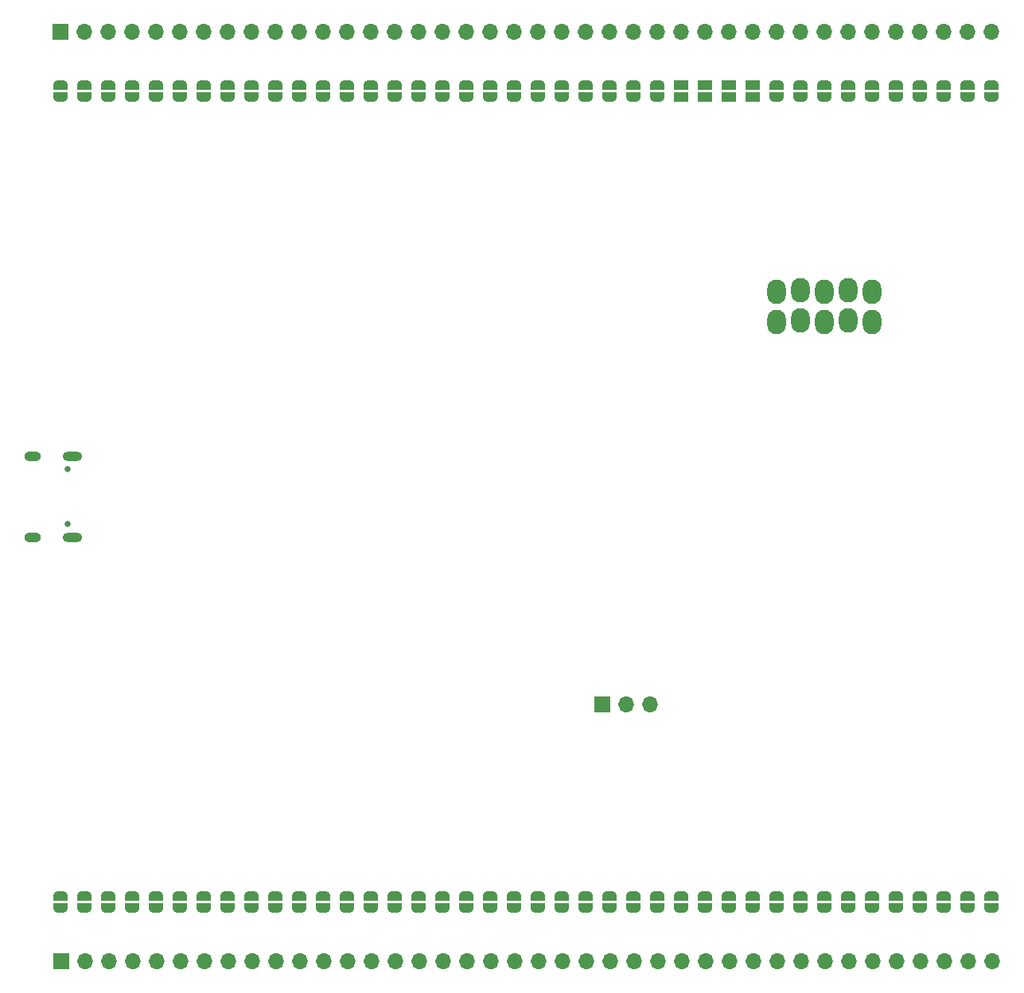
<source format=gbr>
%TF.GenerationSoftware,KiCad,Pcbnew,8.0.4*%
%TF.CreationDate,2024-08-14T20:41:30-04:00*%
%TF.ProjectId,RP2040_Euro_Power,52503230-3430-45f4-9575-726f5f506f77,rev?*%
%TF.SameCoordinates,Original*%
%TF.FileFunction,Soldermask,Bot*%
%TF.FilePolarity,Negative*%
%FSLAX46Y46*%
G04 Gerber Fmt 4.6, Leading zero omitted, Abs format (unit mm)*
G04 Created by KiCad (PCBNEW 8.0.4) date 2024-08-14 20:41:30*
%MOMM*%
%LPD*%
G01*
G04 APERTURE LIST*
G04 Aperture macros list*
%AMFreePoly0*
4,1,19,0.500000,-0.750000,0.000000,-0.750000,0.000000,-0.744911,-0.071157,-0.744911,-0.207708,-0.704816,-0.327430,-0.627875,-0.420627,-0.520320,-0.479746,-0.390866,-0.500000,-0.250000,-0.500000,0.250000,-0.479746,0.390866,-0.420627,0.520320,-0.327430,0.627875,-0.207708,0.704816,-0.071157,0.744911,0.000000,0.744911,0.000000,0.750000,0.500000,0.750000,0.500000,-0.750000,0.500000,-0.750000,
$1*%
%AMFreePoly1*
4,1,19,0.000000,0.744911,0.071157,0.744911,0.207708,0.704816,0.327430,0.627875,0.420627,0.520320,0.479746,0.390866,0.500000,0.250000,0.500000,-0.250000,0.479746,-0.390866,0.420627,-0.520320,0.327430,-0.627875,0.207708,-0.704816,0.071157,-0.744911,0.000000,-0.744911,0.000000,-0.750000,-0.500000,-0.750000,-0.500000,0.750000,0.000000,0.750000,0.000000,0.744911,0.000000,0.744911,
$1*%
G04 Aperture macros list end*
%ADD10FreePoly0,270.000000*%
%ADD11C,1.000000*%
%ADD12FreePoly1,270.000000*%
%ADD13R,1.500000X1.000000*%
%ADD14O,2.003200X2.603200*%
%ADD15C,0.650000*%
%ADD16O,2.100000X1.000000*%
%ADD17O,1.800000X1.000000*%
%ADD18R,1.700000X1.700000*%
%ADD19O,1.700000X1.700000*%
G04 APERTURE END LIST*
D10*
%TO.C,JP180*%
X178487000Y-135717000D03*
D11*
X178487000Y-135717000D03*
D12*
X178487000Y-137017000D03*
D11*
X178487000Y-137017000D03*
%TD*%
D10*
%TO.C,JP179*%
X175947000Y-135702000D03*
D11*
X175947000Y-135702000D03*
D12*
X175947000Y-137002000D03*
D11*
X175947000Y-137002000D03*
%TD*%
D10*
%TO.C,JP178*%
X173407000Y-135717000D03*
D11*
X173407000Y-135717000D03*
D12*
X173407000Y-137017000D03*
D11*
X173407000Y-137017000D03*
%TD*%
D10*
%TO.C,JP177*%
X170867000Y-135702000D03*
D11*
X170867000Y-135702000D03*
D12*
X170867000Y-137002000D03*
D11*
X170867000Y-137002000D03*
%TD*%
D10*
%TO.C,JP176*%
X168327000Y-135717000D03*
D11*
X168327000Y-135717000D03*
D12*
X168327000Y-137017000D03*
D11*
X168327000Y-137017000D03*
%TD*%
D10*
%TO.C,JP175*%
X165787000Y-135702000D03*
D11*
X165787000Y-135702000D03*
D12*
X165787000Y-137002000D03*
D11*
X165787000Y-137002000D03*
%TD*%
D10*
%TO.C,JP174*%
X163247000Y-135702000D03*
D11*
X163247000Y-135702000D03*
D12*
X163247000Y-137002000D03*
D11*
X163247000Y-137002000D03*
%TD*%
D10*
%TO.C,JP173*%
X160707000Y-135717000D03*
D11*
X160707000Y-135717000D03*
D12*
X160707000Y-137017000D03*
D11*
X160707000Y-137017000D03*
%TD*%
D10*
%TO.C,JP172*%
X158167000Y-135717000D03*
D11*
X158167000Y-135717000D03*
D12*
X158167000Y-137017000D03*
D11*
X158167000Y-137017000D03*
%TD*%
D10*
%TO.C,JP171*%
X155627000Y-135702000D03*
D11*
X155627000Y-135702000D03*
D12*
X155627000Y-137002000D03*
D11*
X155627000Y-137002000D03*
%TD*%
D10*
%TO.C,JP170*%
X153087000Y-135717000D03*
D11*
X153087000Y-135717000D03*
D12*
X153087000Y-137017000D03*
D11*
X153087000Y-137017000D03*
%TD*%
D10*
%TO.C,JP169*%
X150547000Y-135702000D03*
D11*
X150547000Y-135702000D03*
D12*
X150547000Y-137002000D03*
D11*
X150547000Y-137002000D03*
%TD*%
D10*
%TO.C,JP168*%
X148007000Y-135702000D03*
D11*
X148007000Y-135702000D03*
D12*
X148007000Y-137002000D03*
D11*
X148007000Y-137002000D03*
%TD*%
D10*
%TO.C,JP167*%
X145467000Y-135702000D03*
D11*
X145467000Y-135702000D03*
D12*
X145467000Y-137002000D03*
D11*
X145467000Y-137002000D03*
%TD*%
D10*
%TO.C,JP166*%
X142927000Y-135702000D03*
D11*
X142927000Y-135702000D03*
D12*
X142927000Y-137002000D03*
D11*
X142927000Y-137002000D03*
%TD*%
D10*
%TO.C,JP165*%
X140387000Y-135702000D03*
D11*
X140387000Y-135702000D03*
D12*
X140387000Y-137002000D03*
D11*
X140387000Y-137002000D03*
%TD*%
D10*
%TO.C,JP164*%
X137847000Y-135717000D03*
D11*
X137847000Y-135717000D03*
D12*
X137847000Y-137017000D03*
D11*
X137847000Y-137017000D03*
%TD*%
D10*
%TO.C,JP163*%
X135307000Y-135702000D03*
D11*
X135307000Y-135702000D03*
D12*
X135307000Y-137002000D03*
D11*
X135307000Y-137002000D03*
%TD*%
D10*
%TO.C,JP162*%
X132767000Y-135702000D03*
D11*
X132767000Y-135702000D03*
D12*
X132767000Y-137002000D03*
D11*
X132767000Y-137002000D03*
%TD*%
D10*
%TO.C,JP161*%
X130227000Y-135702000D03*
D11*
X130227000Y-135702000D03*
D12*
X130227000Y-137002000D03*
D11*
X130227000Y-137002000D03*
%TD*%
D10*
%TO.C,JP160*%
X127687000Y-135687000D03*
D11*
X127687000Y-135687000D03*
D12*
X127687000Y-136987000D03*
D11*
X127687000Y-136987000D03*
%TD*%
D10*
%TO.C,JP159*%
X125147000Y-135702000D03*
D11*
X125147000Y-135702000D03*
D12*
X125147000Y-137002000D03*
D11*
X125147000Y-137002000D03*
%TD*%
D10*
%TO.C,JP158*%
X122607000Y-135687000D03*
D11*
X122607000Y-135687000D03*
D12*
X122607000Y-136987000D03*
D11*
X122607000Y-136987000D03*
%TD*%
D10*
%TO.C,JP157*%
X120067000Y-135687000D03*
D11*
X120067000Y-135687000D03*
D12*
X120067000Y-136987000D03*
D11*
X120067000Y-136987000D03*
%TD*%
D10*
%TO.C,JP156*%
X117527000Y-135687000D03*
D11*
X117527000Y-135687000D03*
D12*
X117527000Y-136987000D03*
D11*
X117527000Y-136987000D03*
%TD*%
D10*
%TO.C,JP155*%
X114987000Y-135687000D03*
D11*
X114987000Y-135687000D03*
D12*
X114987000Y-136987000D03*
D11*
X114987000Y-136987000D03*
%TD*%
D10*
%TO.C,JP154*%
X112447000Y-135687000D03*
D11*
X112447000Y-135687000D03*
D12*
X112447000Y-136987000D03*
D11*
X112447000Y-136987000D03*
%TD*%
D10*
%TO.C,JP153*%
X109907000Y-135717000D03*
D11*
X109907000Y-135717000D03*
D12*
X109907000Y-137017000D03*
D11*
X109907000Y-137017000D03*
%TD*%
D10*
%TO.C,JP152*%
X107367000Y-135702000D03*
D11*
X107367000Y-135702000D03*
D12*
X107367000Y-137002000D03*
D11*
X107367000Y-137002000D03*
%TD*%
D10*
%TO.C,JP151*%
X104827000Y-135717000D03*
D11*
X104827000Y-135717000D03*
D12*
X104827000Y-137017000D03*
D11*
X104827000Y-137017000D03*
%TD*%
D10*
%TO.C,JP150*%
X102287000Y-135717000D03*
D11*
X102287000Y-135717000D03*
D12*
X102287000Y-137017000D03*
D11*
X102287000Y-137017000D03*
%TD*%
D10*
%TO.C,JP149*%
X99747000Y-135717000D03*
D11*
X99747000Y-135717000D03*
D12*
X99747000Y-137017000D03*
D11*
X99747000Y-137017000D03*
%TD*%
D10*
%TO.C,JP148*%
X97207000Y-135702000D03*
D11*
X97207000Y-135702000D03*
D12*
X97207000Y-137002000D03*
D11*
X97207000Y-137002000D03*
%TD*%
D10*
%TO.C,JP147*%
X94667000Y-135717000D03*
D11*
X94667000Y-135717000D03*
D12*
X94667000Y-137017000D03*
D11*
X94667000Y-137017000D03*
%TD*%
D10*
%TO.C,JP146*%
X92127000Y-135702000D03*
D11*
X92127000Y-135702000D03*
D12*
X92127000Y-137002000D03*
D11*
X92127000Y-137002000D03*
%TD*%
D10*
%TO.C,JP145*%
X89587000Y-135717000D03*
D11*
X89587000Y-135717000D03*
D12*
X89587000Y-137017000D03*
D11*
X89587000Y-137017000D03*
%TD*%
D10*
%TO.C,JP144*%
X87047000Y-135702000D03*
D11*
X87047000Y-135702000D03*
D12*
X87047000Y-137002000D03*
D11*
X87047000Y-137002000D03*
%TD*%
D10*
%TO.C,JP143*%
X84507000Y-135702000D03*
D11*
X84507000Y-135702000D03*
D12*
X84507000Y-137002000D03*
D11*
X84507000Y-137002000D03*
%TD*%
D10*
%TO.C,JP142*%
X81967000Y-135717000D03*
D11*
X81967000Y-135717000D03*
D12*
X81967000Y-137017000D03*
D11*
X81967000Y-137017000D03*
%TD*%
D10*
%TO.C,JP141*%
X79427000Y-135702000D03*
D11*
X79427000Y-135702000D03*
D12*
X79427000Y-137002000D03*
D11*
X79427000Y-137002000D03*
%TD*%
D10*
%TO.C,JP140*%
X178487000Y-49327000D03*
D11*
X178487000Y-49327000D03*
D12*
X178487000Y-50627000D03*
D11*
X178487000Y-50627000D03*
%TD*%
D10*
%TO.C,JP139*%
X175947000Y-49342000D03*
D11*
X175947000Y-49342000D03*
D12*
X175947000Y-50642000D03*
D11*
X175947000Y-50642000D03*
%TD*%
D10*
%TO.C,JP138*%
X173407000Y-49342000D03*
D11*
X173407000Y-49342000D03*
D12*
X173407000Y-50642000D03*
D11*
X173407000Y-50642000D03*
%TD*%
D10*
%TO.C,JP137*%
X170867000Y-49342000D03*
D11*
X170867000Y-49342000D03*
D12*
X170867000Y-50642000D03*
D11*
X170867000Y-50642000D03*
%TD*%
D10*
%TO.C,JP136*%
X168327000Y-49342000D03*
D11*
X168327000Y-49342000D03*
D12*
X168327000Y-50642000D03*
D11*
X168327000Y-50642000D03*
%TD*%
D10*
%TO.C,JP135*%
X165787000Y-49342000D03*
D11*
X165787000Y-49342000D03*
D12*
X165787000Y-50642000D03*
D11*
X165787000Y-50642000D03*
%TD*%
D10*
%TO.C,JP134*%
X163247000Y-49342000D03*
D11*
X163247000Y-49342000D03*
D12*
X163247000Y-50642000D03*
D11*
X163247000Y-50642000D03*
%TD*%
D10*
%TO.C,JP133*%
X160707000Y-49342000D03*
D11*
X160707000Y-49342000D03*
D12*
X160707000Y-50642000D03*
D11*
X160707000Y-50642000D03*
%TD*%
D10*
%TO.C,JP132*%
X158167000Y-49342000D03*
D11*
X158167000Y-49342000D03*
D12*
X158167000Y-50642000D03*
D11*
X158167000Y-50642000D03*
%TD*%
D10*
%TO.C,JP131*%
X155627000Y-49327000D03*
D11*
X155627000Y-49327000D03*
D12*
X155627000Y-50627000D03*
D11*
X155627000Y-50627000D03*
%TD*%
%TO.C,JP130*%
X153087000Y-50627000D03*
D13*
X153087000Y-50627000D03*
D11*
X153087000Y-49327000D03*
D13*
X153087000Y-49327000D03*
%TD*%
D11*
%TO.C,JP129*%
X150547000Y-50642000D03*
D13*
X150547000Y-50642000D03*
D11*
X150547000Y-49342000D03*
D13*
X150547000Y-49342000D03*
%TD*%
D11*
%TO.C,JP128*%
X148007000Y-50642000D03*
D13*
X148007000Y-50642000D03*
D11*
X148007000Y-49342000D03*
D13*
X148007000Y-49342000D03*
%TD*%
D11*
%TO.C,JP127*%
X145467000Y-50642000D03*
D13*
X145467000Y-50642000D03*
D11*
X145467000Y-49342000D03*
D13*
X145467000Y-49342000D03*
%TD*%
D10*
%TO.C,JP126*%
X142927000Y-49342000D03*
D11*
X142927000Y-49342000D03*
D12*
X142927000Y-50642000D03*
D11*
X142927000Y-50642000D03*
%TD*%
D10*
%TO.C,JP125*%
X140387000Y-49327000D03*
D11*
X140387000Y-49327000D03*
D12*
X140387000Y-50627000D03*
D11*
X140387000Y-50627000D03*
%TD*%
D10*
%TO.C,JP124*%
X137847000Y-49342000D03*
D11*
X137847000Y-49342000D03*
D12*
X137847000Y-50642000D03*
D11*
X137847000Y-50642000D03*
%TD*%
D10*
%TO.C,JP123*%
X135307000Y-49342000D03*
D11*
X135307000Y-49342000D03*
D12*
X135307000Y-50642000D03*
D11*
X135307000Y-50642000D03*
%TD*%
D10*
%TO.C,JP122*%
X132767000Y-49327000D03*
D11*
X132767000Y-49327000D03*
D12*
X132767000Y-50627000D03*
D11*
X132767000Y-50627000D03*
%TD*%
D10*
%TO.C,JP121*%
X130227000Y-49312000D03*
D11*
X130227000Y-49312000D03*
D12*
X130227000Y-50612000D03*
D11*
X130227000Y-50612000D03*
%TD*%
D10*
%TO.C,JP120*%
X127687000Y-49342000D03*
D11*
X127687000Y-49342000D03*
D12*
X127687000Y-50642000D03*
D11*
X127687000Y-50642000D03*
%TD*%
D10*
%TO.C,JP119*%
X125147000Y-49342000D03*
D11*
X125147000Y-49342000D03*
D12*
X125147000Y-50642000D03*
D11*
X125147000Y-50642000D03*
%TD*%
D10*
%TO.C,JP118*%
X122607000Y-49342000D03*
D11*
X122607000Y-49342000D03*
D12*
X122607000Y-50642000D03*
D11*
X122607000Y-50642000D03*
%TD*%
D10*
%TO.C,JP117*%
X120067000Y-49312000D03*
D11*
X120067000Y-49312000D03*
D12*
X120067000Y-50612000D03*
D11*
X120067000Y-50612000D03*
%TD*%
D10*
%TO.C,JP116*%
X117527000Y-49327000D03*
D11*
X117527000Y-49327000D03*
D12*
X117527000Y-50627000D03*
D11*
X117527000Y-50627000D03*
%TD*%
D10*
%TO.C,JP115*%
X114987000Y-49327000D03*
D11*
X114987000Y-49327000D03*
D12*
X114987000Y-50627000D03*
D11*
X114987000Y-50627000D03*
%TD*%
D10*
%TO.C,JP114*%
X112447000Y-49342000D03*
D11*
X112447000Y-49342000D03*
D12*
X112447000Y-50642000D03*
D11*
X112447000Y-50642000D03*
%TD*%
D10*
%TO.C,JP113*%
X109907000Y-49312000D03*
D11*
X109907000Y-49312000D03*
D12*
X109907000Y-50612000D03*
D11*
X109907000Y-50612000D03*
%TD*%
D10*
%TO.C,JP112*%
X107367000Y-49342000D03*
D11*
X107367000Y-49342000D03*
D12*
X107367000Y-50642000D03*
D11*
X107367000Y-50642000D03*
%TD*%
D10*
%TO.C,JP111*%
X104827000Y-49342000D03*
D11*
X104827000Y-49342000D03*
D12*
X104827000Y-50642000D03*
D11*
X104827000Y-50642000D03*
%TD*%
D10*
%TO.C,JP110*%
X102287000Y-49327000D03*
D11*
X102287000Y-49327000D03*
D12*
X102287000Y-50627000D03*
D11*
X102287000Y-50627000D03*
%TD*%
D10*
%TO.C,JP109*%
X99747000Y-49312000D03*
D11*
X99747000Y-49312000D03*
D12*
X99747000Y-50612000D03*
D11*
X99747000Y-50612000D03*
%TD*%
D10*
%TO.C,JP108*%
X97207000Y-49312000D03*
D11*
X97207000Y-49312000D03*
D12*
X97207000Y-50612000D03*
D11*
X97207000Y-50612000D03*
%TD*%
D10*
%TO.C,JP107*%
X94667000Y-49312000D03*
D11*
X94667000Y-49312000D03*
D12*
X94667000Y-50612000D03*
D11*
X94667000Y-50612000D03*
%TD*%
D10*
%TO.C,JP106*%
X92127000Y-49312000D03*
D11*
X92127000Y-49312000D03*
D12*
X92127000Y-50612000D03*
D11*
X92127000Y-50612000D03*
%TD*%
D10*
%TO.C,JP105*%
X89587000Y-49327000D03*
D11*
X89587000Y-49327000D03*
D12*
X89587000Y-50627000D03*
D11*
X89587000Y-50627000D03*
%TD*%
D10*
%TO.C,JP104*%
X87047000Y-49312000D03*
D11*
X87047000Y-49312000D03*
D12*
X87047000Y-50612000D03*
D11*
X87047000Y-50612000D03*
%TD*%
D10*
%TO.C,JP103*%
X84507000Y-49327000D03*
D11*
X84507000Y-49327000D03*
D12*
X84507000Y-50627000D03*
D11*
X84507000Y-50627000D03*
%TD*%
D10*
%TO.C,JP102*%
X81967000Y-49327000D03*
D11*
X81967000Y-49327000D03*
D12*
X81967000Y-50627000D03*
D11*
X81967000Y-50627000D03*
%TD*%
D10*
%TO.C,JP101*%
X79412000Y-49327000D03*
D11*
X79412000Y-49327000D03*
D12*
X79412000Y-50627000D03*
D11*
X79412000Y-50627000D03*
%TD*%
D14*
%TO.C,J3*%
X155587000Y-74595625D03*
X155587000Y-71401625D03*
X158127000Y-74392425D03*
X158127000Y-71198425D03*
X160667000Y-74595625D03*
X160667000Y-71401625D03*
X163207000Y-74392425D03*
X163207000Y-71198425D03*
X165747000Y-74595625D03*
X165747000Y-71401625D03*
%TD*%
D15*
%TO.C,J4*%
X80127000Y-90282000D03*
X80127000Y-96062000D03*
D16*
X80627000Y-88852000D03*
D17*
X76447000Y-88852000D03*
D16*
X80627000Y-97492000D03*
D17*
X76447000Y-97492000D03*
%TD*%
D18*
%TO.C,J5*%
X137085000Y-115270000D03*
D19*
X139625000Y-115270000D03*
X142165000Y-115270000D03*
%TD*%
D18*
%TO.C,J1*%
X79427000Y-43642000D03*
D19*
X81967000Y-43642000D03*
X84507000Y-43642000D03*
X87047000Y-43642000D03*
X89587000Y-43642000D03*
X92127000Y-43642000D03*
X94667000Y-43642000D03*
X97207000Y-43642000D03*
X99747000Y-43642000D03*
X102287000Y-43642000D03*
X104827000Y-43642000D03*
X107367000Y-43642000D03*
X109907000Y-43642000D03*
X112447000Y-43642000D03*
X114987000Y-43642000D03*
X117527000Y-43642000D03*
X120067000Y-43642000D03*
X122607000Y-43642000D03*
X125147000Y-43642000D03*
X127687000Y-43642000D03*
X130227000Y-43642000D03*
X132767000Y-43642000D03*
X135307000Y-43642000D03*
X137847000Y-43642000D03*
X140387000Y-43642000D03*
X142927000Y-43642000D03*
X145467000Y-43642000D03*
X148007000Y-43642000D03*
X150547000Y-43642000D03*
X153087000Y-43642000D03*
X155627000Y-43642000D03*
X158167000Y-43642000D03*
X160707000Y-43642000D03*
X163247000Y-43642000D03*
X165787000Y-43642000D03*
X168327000Y-43642000D03*
X170867000Y-43642000D03*
X173407000Y-43642000D03*
X175947000Y-43642000D03*
X178487000Y-43642000D03*
%TD*%
D18*
%TO.C,J2*%
X79465000Y-142667000D03*
D19*
X82005000Y-142667000D03*
X84545000Y-142667000D03*
X87085000Y-142667000D03*
X89625000Y-142667000D03*
X92165000Y-142667000D03*
X94705000Y-142667000D03*
X97245000Y-142667000D03*
X99785000Y-142667000D03*
X102325000Y-142667000D03*
X104865000Y-142667000D03*
X107405000Y-142667000D03*
X109945000Y-142667000D03*
X112485000Y-142667000D03*
X115025000Y-142667000D03*
X117565000Y-142667000D03*
X120105000Y-142667000D03*
X122645000Y-142667000D03*
X125185000Y-142667000D03*
X127725000Y-142667000D03*
X130265000Y-142667000D03*
X132805000Y-142667000D03*
X135345000Y-142667000D03*
X137885000Y-142667000D03*
X140425000Y-142667000D03*
X142965000Y-142667000D03*
X145505000Y-142667000D03*
X148045000Y-142667000D03*
X150585000Y-142667000D03*
X153125000Y-142667000D03*
X155665000Y-142667000D03*
X158205000Y-142667000D03*
X160745000Y-142667000D03*
X163285000Y-142667000D03*
X165825000Y-142667000D03*
X168365000Y-142667000D03*
X170905000Y-142667000D03*
X173445000Y-142667000D03*
X175985000Y-142667000D03*
X178525000Y-142667000D03*
%TD*%
M02*

</source>
